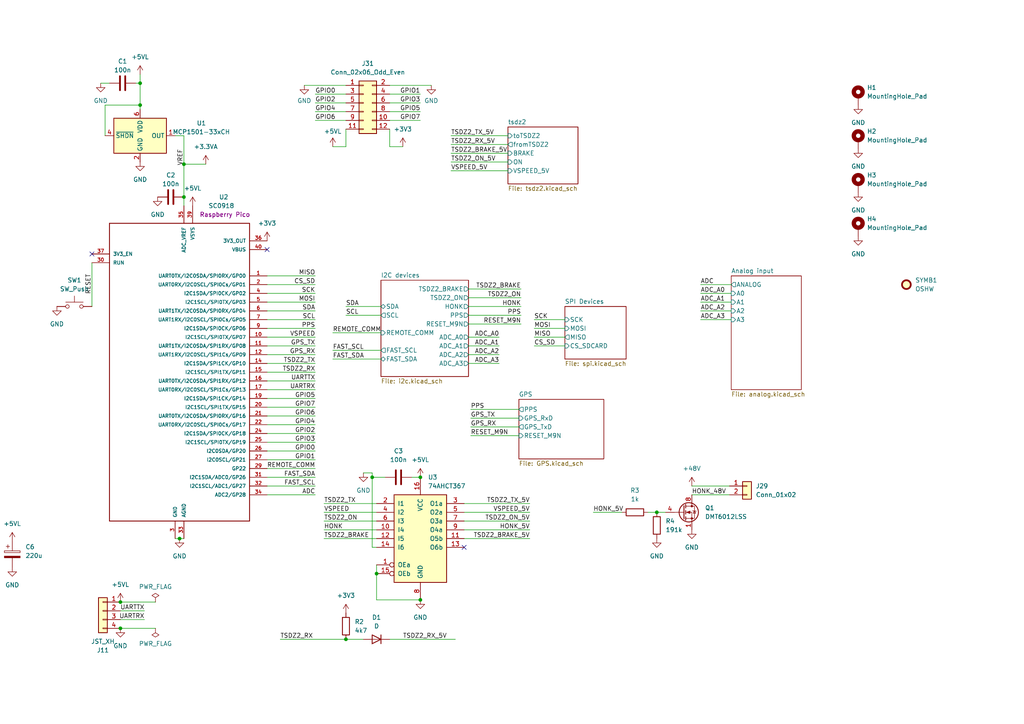
<source format=kicad_sch>
(kicad_sch (version 20230121) (generator eeschema)
  (paper "A4")
  (lib_symbols
    (symbol "74xx:74LS367" (pin_names (offset 1.016))
      (property "Reference" "U" (at -7.62 13.97 0))
      (property "Value" "74LS367" (at -7.62 -13.97 0))
      (symbol "74LS367_1_0"
        (pin input inverted (at -12.7 -7.62 0) (length 5.08) (name "OEa") (number "1"))
        (pin input line (at -12.7 2.54 0) (length 5.08) (name "I4") (number "10"))
        (pin tri_state line (at 12.7 0 180) (length 5.08) (name "O5b") (number "11"))
        (pin input line (at -12.7 0 0) (length 5.08) (name "I5") (number "12"))
        (pin tri_state line (at 12.7 -2.54 180) (length 5.08) (name "O6b") (number "13"))
        (pin input line (at -12.7 -2.54 0) (length 5.08) (name "I6") (number "14"))
        (pin input inverted (at -12.7 -10.16 0) (length 5.08) (name "OEb") (number "15"))
        (pin power_in line (at 0 17.78 270) (length 5.08) (name "VCC") (number "16"))
        (pin input line (at -12.7 10.16 0) (length 5.08) (name "I1") (number "2"))
        (pin tri_state line (at 12.7 10.16 180) (length 5.08) (name "O1a") (number "3"))
        (pin input line (at -12.7 7.62 0) (length 5.08) (name "I2") (number "4"))
        (pin tri_state line (at 12.7 7.62 180) (length 5.08) (name "O2a") (number "5"))
        (pin input line (at -12.7 5.08 0) (length 5.08) (name "I3") (number "6"))
        (pin tri_state line (at 12.7 5.08 180) (length 5.08) (name "O3a") (number "7"))
        (pin power_in line (at 0 -17.78 90) (length 5.08) (name "GND") (number "8"))
        (pin tri_state line (at 12.7 2.54 180) (length 5.08) (name "O4a") (number "9"))
      )
      (symbol "74LS367_1_1"
        (rectangle (start -7.62 12.7) (end 7.62 -12.7) (stroke (width 0.254)) (fill (type background)))
      )
    )
    (symbol "Connector_Generic:Conn_01x02" (pin_names (offset 1.016) hide)
      (property "Reference" "J" (at 0 2.54 0))
      (property "Value" "Conn_01x02" (at 0 -5.08 0))
      (symbol "Conn_01x02_1_1"
        (rectangle (start -1.27 -2.413) (end 0 -2.667) (stroke (width 0.1524)))
        (rectangle (start -1.27 0.127) (end 0 -0.127) (stroke (width 0.1524)))
        (rectangle (start -1.27 1.27) (end 1.27 -3.81) (stroke (width 0.254)) (fill (type background)))
        (pin passive line (at -5.08 0 0) (length 3.81) (name "Pin_1") (number "1"))
        (pin passive line (at -5.08 -2.54 0) (length 3.81) (name "Pin_2") (number "2"))
      )
    )
    (symbol "Connector_Generic:Conn_01x04" (pin_names (offset 1.016) hide)
      (property "Reference" "J" (at 0 5.08 0))
      (property "Value" "Conn_01x04" (at 0 -7.62 0))
      (symbol "Conn_01x04_1_1"
        (rectangle (start -1.27 -4.953) (end 0 -5.207) (stroke (width 0.1524)))
        (rectangle (start -1.27 -2.413) (end 0 -2.667) (stroke (width 0.1524)))
        (rectangle (start -1.27 0.127) (end 0 -0.127) (stroke (width 0.1524)))
        (rectangle (start -1.27 2.667) (end 0 2.413) (stroke (width 0.1524)))
        (rectangle (start -1.27 3.81) (end 1.27 -6.35) (stroke (width 0.254)) (fill (type background)))
        (pin passive line (at -5.08 2.54 0) (length 3.81) (name "Pin_1") (number "1"))
        (pin passive line (at -5.08 0 0) (length 3.81) (name "Pin_2") (number "2"))
        (pin passive line (at -5.08 -2.54 0) (length 3.81) (name "Pin_3") (number "3"))
        (pin passive line (at -5.08 -5.08 0) (length 3.81) (name "Pin_4") (number "4"))
      )
    )
    (symbol "Connector_Generic:Conn_02x06_Odd_Even" (pin_names (offset 1.016) hide)
      (property "Reference" "J" (at 1.27 7.62 0))
      (property "Value" "Conn_02x06_Odd_Even" (at 1.27 -10.16 0))
      (symbol "Conn_02x06_Odd_Even_1_1"
        (rectangle (start -1.27 -7.493) (end 0 -7.747) (stroke (width 0.1524)))
        (rectangle (start -1.27 -4.953) (end 0 -5.207) (stroke (width 0.1524)))
        (rectangle (start -1.27 -2.413) (end 0 -2.667) (stroke (width 0.1524)))
        (rectangle (start -1.27 0.127) (end 0 -0.127) (stroke (width 0.1524)))
        (rectangle (start -1.27 2.667) (end 0 2.413) (stroke (width 0.1524)))
        (rectangle (start -1.27 5.207) (end 0 4.953) (stroke (width 0.1524)))
        (rectangle (start -1.27 6.35) (end 3.81 -8.89) (stroke (width 0.254)) (fill (type background)))
        (rectangle (start 3.81 -7.493) (end 2.54 -7.747) (stroke (width 0.1524)))
        (rectangle (start 3.81 -4.953) (end 2.54 -5.207) (stroke (width 0.1524)))
        (rectangle (start 3.81 -2.413) (end 2.54 -2.667) (stroke (width 0.1524)))
        (rectangle (start 3.81 0.127) (end 2.54 -0.127) (stroke (width 0.1524)))
        (rectangle (start 3.81 2.667) (end 2.54 2.413) (stroke (width 0.1524)))
        (rectangle (start 3.81 5.207) (end 2.54 4.953) (stroke (width 0.1524)))
        (pin passive line (at -5.08 5.08 0) (length 3.81) (name "Pin_1") (number "1"))
        (pin passive line (at 7.62 -5.08 180) (length 3.81) (name "Pin_10") (number "10"))
        (pin passive line (at -5.08 -7.62 0) (length 3.81) (name "Pin_11") (number "11"))
        (pin passive line (at 7.62 -7.62 180) (length 3.81) (name "Pin_12") (number "12"))
        (pin passive line (at 7.62 5.08 180) (length 3.81) (name "Pin_2") (number "2"))
        (pin passive line (at -5.08 2.54 0) (length 3.81) (name "Pin_3") (number "3"))
        (pin passive line (at 7.62 2.54 180) (length 3.81) (name "Pin_4") (number "4"))
        (pin passive line (at -5.08 0 0) (length 3.81) (name "Pin_5") (number "5"))
        (pin passive line (at 7.62 0 180) (length 3.81) (name "Pin_6") (number "6"))
        (pin passive line (at -5.08 -2.54 0) (length 3.81) (name "Pin_7") (number "7"))
        (pin passive line (at 7.62 -2.54 180) (length 3.81) (name "Pin_8") (number "8"))
        (pin passive line (at -5.08 -5.08 0) (length 3.81) (name "Pin_9") (number "9"))
      )
    )
    (symbol "Device:C" (pin_numbers hide) (pin_names (offset 0.254))
      (property "Reference" "C" (at 0.635 2.54 0))
      (property "Value" "C" (at 0.635 -2.54 0))
      (symbol "C_0_1"
        (polyline (pts (xy -2.032 -0.762) (xy 2.032 -0.762)) (stroke (width 0.508)))
        (polyline (pts (xy -2.032 0.762) (xy 2.032 0.762)) (stroke (width 0.508)))
      )
      (symbol "C_1_1"
        (pin passive line (at 0 3.81 270) (length 2.794) (name "~") (number "1"))
        (pin passive line (at 0 -3.81 90) (length 2.794) (name "~") (number "2"))
      )
    )
    (symbol "Device:C_Polarized" (pin_numbers hide) (pin_names (offset 0.254))
      (property "Reference" "C" (at 0.635 2.54 0))
      (property "Value" "C_Polarized" (at 0.635 -2.54 0))
      (symbol "C_Polarized_0_1"
        (rectangle (start -2.286 0.508) (end 2.286 1.016))
        (polyline (pts (xy -1.778 2.286) (xy -0.762 2.286)))
        (polyline (pts (xy -1.27 2.794) (xy -1.27 1.778)))
        (rectangle (start 2.286 -0.508) (end -2.286 -1.016) (fill (type outline)))
      )
      (symbol "C_Polarized_1_1"
        (pin passive line (at 0 3.81 270) (length 2.794) (name "~") (number "1"))
        (pin passive line (at 0 -3.81 90) (length 2.794) (name "~") (number "2"))
      )
    )
    (symbol "Device:D" (pin_numbers hide) (pin_names (offset 1.016) hide)
      (property "Reference" "D" (at 0 2.54 0))
      (property "Value" "D" (at 0 -2.54 0))
      (symbol "D_0_1"
        (polyline (pts (xy -1.27 1.27) (xy -1.27 -1.27)) (stroke (width 0.254)))
        (polyline (pts (xy 1.27 0) (xy -1.27 0)))
        (polyline (pts (xy 1.27 1.27) (xy 1.27 -1.27) (xy -1.27 0) (xy 1.27 1.27)) (stroke (width 0.254)))
      )
      (symbol "D_1_1"
        (pin passive line (at -3.81 0 0) (length 2.54) (name "K") (number "1"))
        (pin passive line (at 3.81 0 180) (length 2.54) (name "A") (number "2"))
      )
    )
    (symbol "Device:R" (pin_numbers hide) (pin_names (offset 0))
      (property "Reference" "R" (at 2.032 0 90))
      (property "Value" "R" (at 0 0 90))
      (symbol "R_0_1"
        (rectangle (start -1.016 -2.54) (end 1.016 2.54) (stroke (width 0.254)))
      )
      (symbol "R_1_1"
        (pin passive line (at 0 3.81 270) (length 1.27) (name "~") (number "1"))
        (pin passive line (at 0 -3.81 90) (length 1.27) (name "~") (number "2"))
      )
    )
    (symbol "MCU_RaspberryPi_and_Boards:SC0918" (pin_names (offset 1.016))
      (property "Reference" "A?" (at 19.05 46.99 0))
      (property "Value" "SC0918" (at 16.51 44.45 0))
      (property "Footprint" "Raspberry Pi:MODULE_SC0918" (at -17.78 44.45 0))
      (property "manufacturer" "Raspberry Pico" (at 0 33.02 0))
      (symbol "SC0918_0_0"
        (rectangle (start -20.32 -43.18) (end 20.32 43.18) (stroke (width 0.254)))
        (pin bidirectional line (at 25.4 27.94 180) (length 5.08) (name "UART0TX/I2C0SDA/SPI0RX/GP00") (number "1"))
        (pin bidirectional line (at 25.4 10.16 180) (length 5.08) (name "I2C1SCL/SPI0TX/GP07") (number "10"))
        (pin bidirectional line (at 25.4 7.62 180) (length 5.08) (name "UART1TX/I2C0SDA/SPI1RX/GP08") (number "11"))
        (pin bidirectional line (at 25.4 5.08 180) (length 5.08) (name "UART1RX/I2C0SCL/SPI1Cs/GP09") (number "12"))
        (pin power_in line (at -1.27 -48.26 90) (length 5.08) hide (name "GND") (number "13"))
        (pin bidirectional line (at 25.4 2.54 180) (length 5.08) (name "I2C1SDA/SPI1CK/GP10") (number "14"))
        (pin bidirectional line (at 25.4 0 180) (length 5.08) (name "I2C1SCL/SPI1TX/GP11") (number "15"))
        (pin bidirectional line (at 25.4 -2.54 180) (length 5.08) (name "UART0TX/I2C0SDA/SPI1RX/GP12") (number "16"))
        (pin bidirectional line (at 25.4 -5.08 180) (length 5.08) (name "UART0RX/I2C0SCL/SPI1Cs/GP13") (number "17"))
        (pin power_in line (at -1.27 -48.26 90) (length 5.08) hide (name "GND") (number "18"))
        (pin bidirectional line (at 25.4 -7.62 180) (length 5.08) (name "I2C1SDA/SPI1CK/GP14") (number "19"))
        (pin bidirectional line (at 25.4 25.4 180) (length 5.08) (name "UART0RX/I2C0SCL/SPI0Cs/GP01") (number "2"))
        (pin bidirectional line (at 25.4 -10.16 180) (length 5.08) (name "I2C1SCL/SPI1TX/GP15") (number "20"))
        (pin bidirectional line (at 25.4 -12.7 180) (length 5.08) (name "UART0TX/I2C0SDA/SPI0RX/GP16") (number "21"))
        (pin bidirectional line (at 25.4 -15.24 180) (length 5.08) (name "UART0RX/I2C0SCL/SPI0Cs/GP17") (number "22"))
        (pin power_in line (at -1.27 -48.26 90) (length 5.08) hide (name "GND") (number "23"))
        (pin bidirectional line (at 25.4 -17.78 180) (length 5.08) (name "I2C1SDA/SPI0CK/GP18") (number "24"))
        (pin bidirectional line (at 25.4 -20.32 180) (length 5.08) (name "I2C1SCL/SPI0TX/GP19") (number "25"))
        (pin bidirectional line (at 25.4 -22.86 180) (length 5.08) (name "I2C0SDA/GP20") (number "26"))
        (pin bidirectional line (at 25.4 -25.4 180) (length 5.08) (name "I2C0SCL/GP21") (number "27"))
        (pin power_in line (at -1.27 -48.26 90) (length 5.08) hide (name "GND") (number "28"))
        (pin bidirectional line (at 25.4 -27.94 180) (length 5.08) (name "GP22") (number "29"))
        (pin power_in line (at -1.27 -48.26 90) (length 5.08) (name "GND") (number "3"))
        (pin input line (at -25.4 31.75 0) (length 5.08) (name "RUN") (number "30"))
        (pin bidirectional line (at 25.4 -30.48 180) (length 5.08) (name "I2C1SDA/ADC0/GP26") (number "31"))
        (pin bidirectional line (at 25.4 -33.02 180) (length 5.08) (name "I2C1SCL/ADC1/GP27") (number "32"))
        (pin power_in line (at 1.27 -48.26 90) (length 5.08) (name "AGND") (number "33"))
        (pin bidirectional line (at 25.4 -35.56 180) (length 5.08) (name "ADC2/GP28") (number "34"))
        (pin power_out line (at 25.4 38.1 180) (length 5.08) (name "3V3_OUT") (number "36"))
        (pin input line (at -25.4 34.29 0) (length 5.08) (name "3V3_EN") (number "37"))
        (pin power_in line (at -1.27 -48.26 90) (length 5.08) hide (name "GND") (number "38"))
        (pin power_in line (at 3.81 48.26 270) (length 5.08) (name "VSYS") (number "39"))
        (pin bidirectional line (at 25.4 22.86 180) (length 5.08) (name "I2C1SDA/SPI0CK/GP02") (number "4"))
        (pin power_out line (at 25.4 35.56 180) (length 5.08) (name "VBUS") (number "40"))
        (pin bidirectional line (at 25.4 20.32 180) (length 5.08) (name "I2C1SCL/SPI0TX/GP03") (number "5"))
        (pin bidirectional line (at 25.4 17.78 180) (length 5.08) (name "UART1TX/I2C0SDA/SPI0RX/GP04") (number "6"))
        (pin bidirectional line (at 25.4 15.24 180) (length 5.08) (name "UART1RX/I2C0SCL/SPI0Cs/GP05") (number "7"))
        (pin power_in line (at -1.27 -48.26 90) (length 5.08) hide (name "GND") (number "8"))
        (pin bidirectional line (at 25.4 12.7 180) (length 5.08) (name "I2C1SDA/SPI0CK/GP06") (number "9"))
      )
      (symbol "SC0918_1_0"
        (pin passive line (at 1.27 48.26 270) (length 5.08) (name "ADC_VREF") (number "35"))
      )
      (symbol "SC0918_1_1"
        (pin free line (at -1.27 -48.26 90) (length 5.08) hide (name "GND") (number "M1"))
        (pin free line (at -1.27 -48.26 90) (length 5.08) hide (name "GND") (number "M2"))
        (pin free line (at -1.27 -48.26 90) (length 5.08) hide (name "GND") (number "M3"))
        (pin free line (at -1.27 -48.26 90) (length 5.08) hide (name "GND") (number "M4"))
      )
    )
    (symbol "Mechanical:Fiducial"
      (property "Reference" "FID" (at 0 5.08 0))
      (property "Value" "Fiducial" (at 0 3.175 0))
      (symbol "Fiducial_0_1"
        (circle (center 0 0) (radius 1.27) (stroke (width 0.508)) (fill (type background)))
      )
    )
    (symbol "Mechanical:MountingHole_Pad" (pin_numbers hide) (pin_names (offset 1.016) hide)
      (property "Reference" "H" (at 0 6.35 0))
      (property "Value" "MountingHole_Pad" (at 0 4.445 0))
      (symbol "MountingHole_Pad_0_1"
        (circle (center 0 1.27) (radius 1.27) (stroke (width 1.27)))
      )
      (symbol "MountingHole_Pad_1_1"
        (pin input line (at 0 -2.54 90) (length 2.54) (name "1") (number "1"))
      )
    )
    (symbol "Reference_Voltage:MCP1501-33xCH"
      (property "Reference" "U" (at -6.35 6.35 0))
      (property "Value" "MCP1501-33xCH" (at 10.16 6.35 0))
      (symbol "MCP1501-33xCH_0_0"
        (pin power_out line (at 10.16 0 180) (length 2.54) (name "OUT") (number "1"))
        (pin power_in line (at 0 -7.62 90) (length 2.54) (name "GND") (number "2"))
        (pin passive line (at 0 -7.62 90) (length 2.54) hide (name "GND") (number "3"))
        (pin input line (at -10.16 0 0) (length 2.54) (name "~{SHDN}") (number "4"))
        (pin passive line (at 0 -7.62 90) (length 2.54) hide (name "GND") (number "5"))
        (pin power_in line (at 0 7.62 270) (length 2.54) (name "VDD") (number "6"))
      )
      (symbol "MCP1501-33xCH_0_1"
        (rectangle (start -7.62 5.08) (end 7.62 -5.08) (stroke (width 0.254)) (fill (type background)))
      )
    )
    (symbol "Switch:SW_Push" (pin_numbers hide) (pin_names (offset 1.016) hide)
      (property "Reference" "SW" (at 1.27 2.54 0))
      (property "Value" "SW_Push" (at 0 -1.524 0))
      (symbol "SW_Push_0_1"
        (circle (center -2.032 0) (radius 0.508))
        (polyline (pts (xy 0 1.27) (xy 0 3.048)))
        (polyline (pts (xy 2.54 1.27) (xy -2.54 1.27)))
        (circle (center 2.032 0) (radius 0.508))
        (pin passive line (at -5.08 0 0) (length 2.54) (name "1") (number "1"))
        (pin passive line (at 5.08 0 180) (length 2.54) (name "2") (number "2"))
      )
    )
    (symbol "Transistor_FET:IRF7403" (pin_names hide)
      (property "Reference" "Q" (at 5.08 2.54 0))
      (property "Value" "IRF7403" (at 5.08 0 0))
      (symbol "IRF7403_0_1"
        (polyline (pts (xy 0.254 0) (xy -2.54 0)))
        (polyline (pts (xy 0.254 1.905) (xy 0.254 -1.905)) (stroke (width 0.254)))
        (polyline (pts (xy 0.762 -1.27) (xy 0.762 -2.286)) (stroke (width 0.254)))
        (polyline (pts (xy 0.762 0.508) (xy 0.762 -0.508)) (stroke (width 0.254)))
        (polyline (pts (xy 0.762 2.286) (xy 0.762 1.27)) (stroke (width 0.254)))
        (polyline (pts (xy 2.54 2.54) (xy 2.54 1.778)))
        (polyline (pts (xy 2.54 -2.54) (xy 2.54 0) (xy 0.762 0)))
        (polyline (pts (xy 0.762 -1.778) (xy 3.302 -1.778) (xy 3.302 1.778) (xy 0.762 1.778)))
        (polyline (pts (xy 1.016 0) (xy 2.032 0.381) (xy 2.032 -0.381) (xy 1.016 0)) (fill (type outline)))
        (polyline (pts (xy 2.794 0.508) (xy 2.921 0.381) (xy 3.683 0.381) (xy 3.81 0.254)))
        (polyline (pts (xy 3.302 0.381) (xy 2.921 -0.254) (xy 3.683 -0.254) (xy 3.302 0.381)))
        (circle (center 1.651 0) (radius 2.794) (stroke (width 0.254)))
        (circle (center 2.54 -1.778) (radius 0.254) (fill (type outline)))
        (circle (center 2.54 1.778) (radius 0.254) (fill (type outline)))
      )
      (symbol "IRF7403_1_1"
        (pin passive line (at 2.54 -5.08 90) (length 2.54) (name "S") (number "1"))
        (pin passive line (at 2.54 -5.08 90) (length 2.54) hide (name "S") (number "2"))
        (pin passive line (at 2.54 -5.08 90) (length 2.54) hide (name "S") (number "3"))
        (pin input line (at -5.08 0 0) (length 2.54) (name "G") (number "4"))
        (pin passive line (at 2.54 5.08 270) (length 2.54) hide (name "D") (number "5"))
        (pin passive line (at 2.54 5.08 270) (length 2.54) hide (name "D") (number "6"))
        (pin passive line (at 2.54 5.08 270) (length 2.54) hide (name "D") (number "7"))
        (pin passive line (at 2.54 5.08 270) (length 2.54) (name "D") (number "8"))
      )
    )
    (symbol "power:+3.3VA" (power) (pin_names (offset 0))
      (property "Value" "+3.3VA" (at 0 3.556 0))
      (symbol "+3.3VA_0_1"
        (polyline (pts (xy -0.762 1.27) (xy 0 2.54)))
        (polyline (pts (xy 0 0) (xy 0 2.54)))
        (polyline (pts (xy 0 2.54) (xy 0.762 1.27)))
      )
      (symbol "+3.3VA_1_1"
        (pin power_in line (at 0 0 90) (length 0) hide (name "+3.3VA") (number "1"))
      )
    )
    (symbol "power:+3V3" (power) (pin_names (offset 0))
      (property "Value" "+3V3" (at 0 3.556 0))
      (symbol "+3V3_0_1"
        (polyline (pts (xy -0.762 1.27) (xy 0 2.54)))
        (polyline (pts (xy 0 0) (xy 0 2.54)))
        (polyline (pts (xy 0 2.54) (xy 0.762 1.27)))
      )
      (symbol "+3V3_1_1"
        (pin power_in line (at 0 0 90) (length 0) hide (name "+3V3") (number "1"))
      )
    )
    (symbol "power:+48V" (power) (pin_names (offset 0))
      (property "Value" "+48V" (at 0 3.556 0))
      (symbol "+48V_0_1"
        (polyline (pts (xy -0.762 1.27) (xy 0 2.54)))
        (polyline (pts (xy 0 0) (xy 0 2.54)))
        (polyline (pts (xy 0 2.54) (xy 0.762 1.27)))
      )
      (symbol "+48V_1_1"
        (pin power_in line (at 0 0 90) (length 0) hide (name "+48V") (number "1"))
      )
    )
    (symbol "power:+5VL" (power) (pin_names (offset 0))
      (property "Value" "+5VL" (at 0 3.556 0))
      (symbol "+5VL_0_1"
        (polyline (pts (xy -0.762 1.27) (xy 0 2.54)))
        (polyline (pts (xy 0 0) (xy 0 2.54)))
        (polyline (pts (xy 0 2.54) (xy 0.762 1.27)))
      )
      (symbol "+5VL_1_1"
        (pin power_in line (at 0 0 90) (length 0) hide (name "+5VL") (number "1"))
      )
    )
    (symbol "power:GND" (power) (pin_names (offset 0))
      (property "Value" "GND" (at 0 -3.81 0))
      (symbol "GND_0_1"
        (polyline (pts (xy 0 0) (xy 0 -1.27) (xy 1.27 -1.27) (xy 0 -2.54) (xy -1.27 -1.27) (xy 0 -1.27)))
      )
      (symbol "GND_1_1"
        (pin power_in line (at 0 0 270) (length 0) hide (name "GND") (number "1"))
      )
    )
    (symbol "power:PWR_FLAG" (power) (pin_numbers hide) (pin_names (offset 0) hide)
      (property "Value" "PWR_FLAG" (at 0 3.81 0))
      (symbol "PWR_FLAG_0_0"
        (pin power_out line (at 0 0 90) (length 0) (name "pwr") (number "1"))
      )
      (symbol "PWR_FLAG_0_1"
        (polyline (pts (xy 0 0) (xy 0 1.27) (xy -1.016 1.905) (xy 0 2.54) (xy 1.016 1.905) (xy 0 1.27)))
      )
    )
  )
  (junction (at 52.07 156.21))
  (junction (at 40.64 24.13))
  (junction (at 53.34 57.15))
  (junction (at 121.92 138.43))
  (junction (at 34.925 182.245))
  (junction (at 53.34 47.625))
  (junction (at 34.925 174.625))
  (junction (at 40.64 30.48))
  (junction (at 190.5 148.59))
  (junction (at 109.22 166.37))
  (junction (at 100.33 185.42))
  (junction (at 121.92 173.99))
  (junction (at 107.95 138.43))
  (no_connect (at 134.62 158.75))
  (no_connect (at 26.67 73.66))
  (no_connect (at 77.47 72.39))
  (wire (pts (xy 135.89 91.44) (xy 151.13 91.44)))
  (wire (pts (xy 96.52 96.52) (xy 110.49 96.52)))
  (wire (pts (xy 100.33 185.42) (xy 105.41 185.42)))
  (wire (pts (xy 77.47 87.63) (xy 91.44 87.63)))
  (wire (pts (xy 109.22 166.37) (xy 109.22 173.99)))
  (wire (pts (xy 91.44 32.385) (xy 100.33 32.385)))
  (wire (pts (xy 77.47 130.81) (xy 91.44 130.81)))
  (wire (pts (xy 93.98 151.13) (xy 109.22 151.13)))
  (wire (pts (xy 150.495 121.285) (xy 136.525 121.285)))
  (wire (pts (xy 77.47 80.01) (xy 91.44 80.01)))
  (wire (pts (xy 77.47 138.43) (xy 91.44 138.43)))
  (wire (pts (xy 135.89 88.9) (xy 151.13 88.9)))
  (wire (pts (xy 121.92 27.305) (xy 113.03 27.305)))
  (wire (pts (xy 91.44 27.305) (xy 100.33 27.305)))
  (wire (pts (xy 77.47 110.49) (xy 91.44 110.49)))
  (wire (pts (xy 53.34 39.37) (xy 53.34 47.625)))
  (wire (pts (xy 52.07 156.21) (xy 53.34 156.21)))
  (wire (pts (xy 30.48 39.37) (xy 30.48 30.48)))
  (wire (pts (xy 130.81 41.91) (xy 147.32 41.91)))
  (wire (pts (xy 77.47 90.17) (xy 91.44 90.17)))
  (wire (pts (xy 119.38 138.43) (xy 121.92 138.43)))
  (wire (pts (xy 135.89 86.36) (xy 151.13 86.36)))
  (wire (pts (xy 150.495 126.365) (xy 136.525 126.365)))
  (wire (pts (xy 190.5 148.59) (xy 193.04 148.59)))
  (wire (pts (xy 100.33 42.545) (xy 100.33 37.465)))
  (wire (pts (xy 135.89 93.98) (xy 151.13 93.98)))
  (wire (pts (xy 77.47 120.65) (xy 91.44 120.65)))
  (wire (pts (xy 107.95 137.16) (xy 107.95 138.43)))
  (wire (pts (xy 29.21 24.13) (xy 31.75 24.13)))
  (wire (pts (xy 203.2 82.55) (xy 212.09 82.55)))
  (wire (pts (xy 91.44 34.925) (xy 100.33 34.925)))
  (wire (pts (xy 50.8 39.37) (xy 53.34 39.37)))
  (wire (pts (xy 135.89 83.82) (xy 151.13 83.82)))
  (wire (pts (xy 134.62 148.59) (xy 153.67 148.59)))
  (wire (pts (xy 147.32 49.53) (xy 130.81 49.53)))
  (wire (pts (xy 203.2 92.71) (xy 212.09 92.71)))
  (wire (pts (xy 88.265 24.765) (xy 100.33 24.765)))
  (wire (pts (xy 77.47 133.35) (xy 91.44 133.35)))
  (wire (pts (xy 113.03 185.42) (xy 132.08 185.42)))
  (wire (pts (xy 109.22 173.99) (xy 121.92 173.99)))
  (wire (pts (xy 150.495 123.825) (xy 136.525 123.825)))
  (wire (pts (xy 113.03 29.845) (xy 121.92 29.845)))
  (wire (pts (xy 77.47 85.09) (xy 91.44 85.09)))
  (wire (pts (xy 211.582 140.97) (xy 200.66 140.97)))
  (wire (pts (xy 77.47 92.71) (xy 91.44 92.71)))
  (wire (pts (xy 134.62 146.05) (xy 153.67 146.05)))
  (wire (pts (xy 134.62 151.13) (xy 153.67 151.13)))
  (wire (pts (xy 53.34 47.625) (xy 53.34 57.15)))
  (wire (pts (xy 109.22 163.83) (xy 109.22 166.37)))
  (wire (pts (xy 211.582 143.51) (xy 200.66 143.51)))
  (wire (pts (xy 154.94 92.71) (xy 163.83 92.71)))
  (wire (pts (xy 107.95 158.75) (xy 107.95 138.43)))
  (wire (pts (xy 77.47 123.19) (xy 91.44 123.19)))
  (wire (pts (xy 40.64 24.13) (xy 40.64 30.48)))
  (wire (pts (xy 121.92 32.385) (xy 113.03 32.385)))
  (wire (pts (xy 154.94 95.25) (xy 163.83 95.25)))
  (wire (pts (xy 203.2 85.09) (xy 212.09 85.09)))
  (wire (pts (xy 77.47 135.89) (xy 91.44 135.89)))
  (wire (pts (xy 77.47 105.41) (xy 91.44 105.41)))
  (wire (pts (xy 93.98 146.05) (xy 109.22 146.05)))
  (wire (pts (xy 77.47 118.11) (xy 91.44 118.11)))
  (wire (pts (xy 125.095 24.765) (xy 113.03 24.765)))
  (wire (pts (xy 77.47 140.97) (xy 91.44 140.97)))
  (wire (pts (xy 144.78 100.33) (xy 135.89 100.33)))
  (wire (pts (xy 144.78 105.41) (xy 135.89 105.41)))
  (wire (pts (xy 113.03 42.545) (xy 113.03 37.465)))
  (wire (pts (xy 116.84 42.545) (xy 113.03 42.545)))
  (wire (pts (xy 77.47 107.95) (xy 91.44 107.95)))
  (wire (pts (xy 154.94 97.79) (xy 163.83 97.79)))
  (wire (pts (xy 203.2 90.17) (xy 212.09 90.17)))
  (wire (pts (xy 130.81 39.37) (xy 147.32 39.37)))
  (wire (pts (xy 77.47 100.33) (xy 91.44 100.33)))
  (wire (pts (xy 53.34 57.15) (xy 53.34 59.69)))
  (wire (pts (xy 93.98 156.21) (xy 109.22 156.21)))
  (wire (pts (xy 96.52 42.545) (xy 100.33 42.545)))
  (wire (pts (xy 50.8 156.21) (xy 52.07 156.21)))
  (wire (pts (xy 77.47 125.73) (xy 91.44 125.73)))
  (wire (pts (xy 150.495 118.745) (xy 136.525 118.745)))
  (wire (pts (xy 121.92 34.925) (xy 113.03 34.925)))
  (wire (pts (xy 100.33 91.44) (xy 110.49 91.44)))
  (wire (pts (xy 100.33 88.9) (xy 110.49 88.9)))
  (wire (pts (xy 96.52 101.6) (xy 110.49 101.6)))
  (wire (pts (xy 34.925 182.245) (xy 45.085 182.245)))
  (wire (pts (xy 34.925 174.625) (xy 45.085 174.625)))
  (wire (pts (xy 93.98 148.59) (xy 109.22 148.59)))
  (wire (pts (xy 187.96 148.59) (xy 190.5 148.59)))
  (wire (pts (xy 77.47 143.51) (xy 91.44 143.51)))
  (wire (pts (xy 134.62 156.21) (xy 153.67 156.21)))
  (wire (pts (xy 203.2 87.63) (xy 212.09 87.63)))
  (wire (pts (xy 107.95 138.43) (xy 111.76 138.43)))
  (wire (pts (xy 93.98 153.67) (xy 109.22 153.67)))
  (wire (pts (xy 77.47 102.87) (xy 91.44 102.87)))
  (wire (pts (xy 144.78 97.79) (xy 135.89 97.79)))
  (wire (pts (xy 40.64 30.48) (xy 40.64 31.75)))
  (wire (pts (xy 77.47 97.79) (xy 91.44 97.79)))
  (wire (pts (xy 77.47 82.55) (xy 91.44 82.55)))
  (wire (pts (xy 172.085 148.59) (xy 180.34 148.59)))
  (wire (pts (xy 81.28 185.42) (xy 100.33 185.42)))
  (wire (pts (xy 105.41 137.16) (xy 107.95 137.16)))
  (wire (pts (xy 130.81 46.99) (xy 147.32 46.99)))
  (wire (pts (xy 77.47 113.03) (xy 91.44 113.03)))
  (wire (pts (xy 130.81 44.45) (xy 147.32 44.45)))
  (wire (pts (xy 39.37 24.13) (xy 40.64 24.13)))
  (wire (pts (xy 34.925 179.705) (xy 41.91 179.705)))
  (wire (pts (xy 77.47 128.27) (xy 91.44 128.27)))
  (wire (pts (xy 96.52 104.14) (xy 110.49 104.14)))
  (wire (pts (xy 53.34 47.625) (xy 59.69 47.625)))
  (wire (pts (xy 30.48 30.48) (xy 40.64 30.48)))
  (wire (pts (xy 26.67 88.9) (xy 26.67 76.2)))
  (wire (pts (xy 91.44 29.845) (xy 100.33 29.845)))
  (wire (pts (xy 154.94 100.33) (xy 163.83 100.33)))
  (wire (pts (xy 134.62 153.67) (xy 153.67 153.67)))
  (wire (pts (xy 77.47 95.25) (xy 91.44 95.25)))
  (wire (pts (xy 109.22 158.75) (xy 107.95 158.75)))
  (wire (pts (xy 77.47 115.57) (xy 91.44 115.57)))
  (wire (pts (xy 40.64 21.59) (xy 40.64 24.13)))
  (wire (pts (xy 34.925 177.165) (xy 41.91 177.165)))
  (wire (pts (xy 144.78 102.87) (xy 135.89 102.87)))
  (label "TSDZ2_ON_5V" (at 130.81 46.99 0))
  (label "GPIO5" (at 91.44 115.57 180))
  (label "FAST_SDA" (at 91.44 138.43 180))
  (label "PPS" (at 136.525 118.745 0))
  (label "HONK" (at 93.98 153.67 0))
  (label "GPS_TX" (at 136.525 121.285 0))
  (label "ADC_A0" (at 144.78 97.79 180))
  (label "GPIO6" (at 91.44 34.925 0))
  (label "GPIO7" (at 91.44 118.11 180))
  (label "SCL" (at 100.33 91.44 0))
  (label "UARTRX" (at 41.91 179.705 180))
  (label "TSDZ2_BRAKE" (at 151.13 83.82 180))
  (label "SCK" (at 91.44 85.09 180))
  (label "VSPEED" (at 93.98 148.59 0))
  (label "ADC_A0" (at 203.2 85.09 0))
  (label "RESET_M9N" (at 136.525 126.365 0))
  (label "TSDZ2_BRAKE" (at 93.98 156.21 0))
  (label "GPIO6" (at 91.44 120.65 180))
  (label "MOSI" (at 154.94 95.25 0))
  (label "TSDZ2_TX_5V" (at 130.81 39.37 0))
  (label "UARTRX" (at 91.44 113.03 180))
  (label "ADC" (at 203.2 82.55 0))
  (label "GPIO5" (at 121.92 32.385 180))
  (label "TSDZ2_RX_5V" (at 116.84 185.42 0))
  (label "MISO" (at 91.44 80.01 180))
  (label "UARTTX" (at 41.91 177.165 180))
  (label "GPIO3" (at 121.92 29.845 180))
  (label "HONK_48V" (at 200.66 143.51 0))
  (label "GPIO0" (at 91.44 130.81 180))
  (label "SCL" (at 91.44 92.71 180))
  (label "GPS_RX" (at 136.525 123.825 0))
  (label "SDA" (at 91.44 90.17 180))
  (label "MOSI" (at 91.44 87.63 180))
  (label "RESET" (at 26.67 79.375 270))
  (label "SCK" (at 154.94 92.71 0))
  (label "TSDZ2_BRAKE_5V" (at 130.81 44.45 0))
  (label "ADC_A3" (at 203.2 92.71 0))
  (label "ADC" (at 91.44 143.51 180))
  (label "TSDZ2_TX_5V" (at 153.67 146.05 180))
  (label "PPS" (at 91.44 95.25 180))
  (label "TSDZ2_TX" (at 93.98 146.05 0))
  (label "TSDZ2_RX" (at 81.28 185.42 0))
  (label "GPIO4" (at 91.44 32.385 0))
  (label "HONK_5V" (at 172.085 148.59 0))
  (label "TSDZ2_ON_5V" (at 153.67 151.13 180))
  (label "TSDZ2_RX_5V" (at 130.81 41.91 0))
  (label "GPIO4" (at 91.44 123.19 180))
  (label "GPIO0" (at 91.44 27.305 0))
  (label "REMOTE_COMM" (at 91.44 135.89 180))
  (label "VREF" (at 53.34 43.18 270))
  (label "ADC_A2" (at 203.2 90.17 0))
  (label "PPS" (at 151.13 91.44 180))
  (label "ADC_A3" (at 144.78 105.41 180))
  (label "RESET_M9N" (at 151.13 93.98 180))
  (label "ADC_A2" (at 144.78 102.87 180))
  (label "REMOTE_COMM" (at 96.52 96.52 0))
  (label "HONK" (at 151.13 88.9 180))
  (label "GPIO1" (at 121.92 27.305 180))
  (label "TSDZ2_TX" (at 91.44 105.41 180))
  (label "VSPEED_5V" (at 130.81 49.53 0))
  (label "GPIO1" (at 91.44 133.35 180))
  (label "FAST_SDA" (at 96.52 104.14 0))
  (label "GPIO3" (at 91.44 128.27 180))
  (label "MISO" (at 154.94 97.79 0))
  (label "GPS_TX" (at 91.44 100.33 180))
  (label "FAST_SCL" (at 91.44 140.97 180))
  (label "GPS_RX" (at 91.44 102.87 180))
  (label "GPIO2" (at 91.44 125.73 180))
  (label "TSDZ2_ON" (at 93.98 151.13 0))
  (label "VSPEED_5V" (at 153.67 148.59 180))
  (label "ADC_A1" (at 203.2 87.63 0))
  (label "CS_SD" (at 91.44 82.55 180))
  (label "VSPEED" (at 91.44 97.79 180))
  (label "SDA" (at 100.33 88.9 0))
  (label "ADC_A1" (at 144.78 100.33 180))
  (label "TSDZ2_BRAKE_5V" (at 153.67 156.21 180))
  (label "UARTTX" (at 91.44 110.49 180))
  (label "CS_SD" (at 154.94 100.33 0))
  (label "TSDZ2_ON" (at 151.13 86.36 180))
  (label "TSDZ2_RX" (at 91.44 107.95 180))
  (label "GPIO7" (at 121.92 34.925 180))
  (label "GPIO2" (at 91.44 29.845 0))
  (label "FAST_SCL" (at 96.52 101.6 0))
  (label "HONK_5V" (at 153.67 153.67 180))
  (symbol (lib_id "power:+48V") (at 200.66 140.97 0) (unit 1)
    (property "Reference" "#PWR019" (effects hide))
    (property "Value" "+48V" (at 200.66 135.89 0))
  )
  (symbol (lib_id "power:GND") (at 125.095 24.765 0) (unit 1)
    (property "Reference" "#PWR0152" (effects hide))
    (property "Value" "GND" (at 125.095 29.21 0))
  )
  (symbol (lib_id "Mechanical:MountingHole_Pad") (at 248.92 40.64 0) (unit 1)
    (property "Reference" "H2" (at 251.46 38.1 0) (effects (justify left)))
    (property "Value" "MountingHole_Pad" (at 251.46 40.64 0) (effects (justify left)))
    (property "Footprint" "MountingHole:MountingHole_3.2mm_M3_Pad_Via" (effects hide))
  )
  (symbol (lib_id "power:+3V3") (at 77.47 69.85 0) (unit 1)
    (property "Reference" "#PWR010" (effects hide))
    (property "Value" "+3V3" (at 77.47 64.77 0))
  )
  (symbol (lib_id "Connector_Generic:Conn_01x02") (at 216.662 140.97 0) (unit 1)
    (property "Reference" "J29" (at 219.202 140.97 0) (effects (justify left)))
    (property "Value" "Conn_01x02" (at 219.202 143.51 0) (effects (justify left)))
    (property "Footprint" "Connector_JST:JST_XH_B2B-XH-A_1x02_P2.50mm_Vertical" (effects hide))
  )
  (symbol (lib_id "Device:R") (at 184.15 148.59 90) (unit 1)
    (property "Reference" "R3" (at 184.15 142.24 90))
    (property "Value" "1k" (at 184.15 144.78 90))
    (property "Footprint" "Resistor_SMD:R_1206_3216Metric" (effects hide))
    (property "mouser" " 603-AC1206FR-101KL " (effects hide))
  )
  (symbol (lib_id "Reference_Voltage:MCP1501-33xCH") (at 40.64 39.37 0) (unit 1)
    (property "Reference" "U1" (at 58.42 35.7221 0))
    (property "Value" "MCP1501-33xCH" (at 58.42 38.2621 0))
    (property "Footprint" "Package_TO_SOT_SMD:SOT-23-6" (effects hide))
    (property "Datasheet" "http://ww1.microchip.com/downloads/en/DeviceDoc/20005474E.pdf" (effects hide))
    (property "mouser" " 579-MCP1501-33E/SN " (effects hide))
  )
  (symbol (lib_id "Mechanical:Fiducial") (at 262.89 82.55 0) (unit 1)
    (property "Reference" "SYMB1" (at 265.43 81.28 0) (effects (justify left)))
    (property "Value" "OSHW" (at 265.43 83.82 0) (effects (justify left)))
    (property "Footprint" "additional:OSHW-Logo2_9.8x8mm_Mask" (effects hide))
  )
  (symbol (lib_id "power:+3V3") (at 100.33 177.8 0) (unit 1)
    (property "Reference" "#PWR014" (effects hide))
    (property "Value" "+3V3" (at 100.33 172.72 0))
  )
  (symbol (lib_id "power:GND") (at 3.556 164.592 0) (unit 1)
    (property "Reference" "#PWR039" (effects hide))
    (property "Value" "GND" (at 3.556 169.672 0))
  )
  (symbol (lib_id "Device:R") (at 190.5 152.4 0) (unit 1)
    (property "Reference" "R4" (at 193.04 151.13 0) (effects (justify left)))
    (property "Value" "191k" (at 193.04 153.67 0) (effects (justify left)))
    (property "Footprint" "Resistor_SMD:R_1206_3216Metric" (effects hide))
    (property "mouser" " 660-RK73H2BTTD1913F " (effects hide))
  )
  (symbol (lib_id "Device:C") (at -10.16 161.29 0) (unit 1)
    (property "Reference" "C5" (at -6.35 160.02 0) (effects (justify left)))
    (property "Value" "22u" (at -6.35 162.56 0) (effects (justify left)))
    (property "Footprint" "Capacitor_SMD:C_1210_3225Metric" (effects hide))
    (property "Mouser" "CL32B226MOJNNNE" (effects hide))
    (property "mouser" "CL32B226MOJNNNE" (effects hide))
  )
  (symbol (lib_id "power:+5VL") (at 40.64 21.59 0) (unit 1)
    (property "Reference" "#PWR02" (effects hide))
    (property "Value" "+5VL" (at 40.64 16.51 0))
  )
  (symbol (lib_id "power:+5VL") (at 96.52 42.545 0) (mirror y) (unit 1)
    (property "Reference" "#PWR011" (effects hide))
    (property "Value" "+5VL" (at 96.52 38.1 0))
  )
  (symbol (lib_id "Switch:SW_Push") (at 21.59 88.9 0) (unit 1)
    (property "Reference" "SW1" (at 21.59 81.28 0))
    (property "Value" "SW_Push" (at 21.59 83.82 0))
    (property "Footprint" "Button_Switch_THT:SW_PUSH_6mm" (effects hide))
    (property "mouser" " 179-TS026650BK100LCR " (effects hide))
  )
  (symbol (lib_id "power:GND") (at 29.21 24.13 0) (unit 1)
    (property "Reference" "#PWR01" (effects hide))
    (property "Value" "GND" (at 29.21 29.21 0))
  )
  (symbol (lib_id "power:GND") (at 190.5 156.21 0) (unit 1)
    (property "Reference" "#PWR018" (effects hide))
    (property "Value" "GND" (at 190.5 161.29 0))
  )
  (symbol (lib_id "power:GND") (at 121.92 173.99 0) (unit 1)
    (property "Reference" "#PWR017" (effects hide))
    (property "Value" "GND" (at 121.92 179.07 0))
  )
  (symbol (lib_id "power:GND") (at 248.92 30.48 0) (unit 1)
    (property "Reference" "#PWR021" (effects hide))
    (property "Value" "GND" (at 248.92 35.56 0))
  )
  (symbol (lib_id "power:+3.3VA") (at 59.69 47.625 0) (unit 1)
    (property "Reference" "#PWR053" (effects hide))
    (property "Value" "+3.3VA" (at 59.69 42.545 0))
  )
  (symbol (lib_id "power:+5VL") (at -10.16 157.48 0) (unit 1)
    (property "Reference" "#PWR034" (effects hide))
    (property "Value" "+5VL" (at -10.16 152.4 0))
  )
  (symbol (lib_id "power:+3V3") (at 116.84 42.545 0) (mirror y) (unit 1)
    (property "Reference" "#PWR012" (effects hide))
    (property "Value" "+3V3" (at 116.84 37.465 0))
  )
  (symbol (lib_id "power:GND") (at 105.41 137.16 0) (unit 1)
    (property "Reference" "#PWR015" (effects hide))
    (property "Value" "GND" (at 105.41 142.24 0))
  )
  (symbol (lib_id "power:GND") (at 16.51 88.9 0) (unit 1)
    (property "Reference" "#PWR0157" (effects hide))
    (property "Value" "GND" (at 16.51 93.98 0))
  )
  (symbol (lib_id "Connector_Generic:Conn_01x04") (at 29.845 177.165 0) (mirror y) (unit 1)
    (property "Reference" "J11" (at 29.845 188.595 0))
    (property "Value" "JST_XH" (at 29.845 186.055 0))
    (property "Footprint" "Connector_JST:JST_XH_B4B-XH-A_1x04_P2.50mm_Vertical" (effects hide))
  )
  (symbol (lib_id "power:GND") (at 248.92 68.58 0) (unit 1)
    (property "Reference" "#PWR024" (effects hide))
    (property "Value" "GND" (at 248.92 73.66 0))
  )
  (symbol (lib_id "MCU_RaspberryPi_and_Boards:SC0918") (at 52.07 107.95 0) (unit 1)
    (property "Reference" "U2" (at 63.5 57.15 0) (effects (justify left)))
    (property "Value" "SC0918" (at 60.4394 59.69 0) (effects (justify left)))
    (property "Footprint" "RP-Pico Libraries:MODULE_SC0918" (effects hide))
    (property "Datasheet" "https://datasheets.raspberrypi.com/picow/pico-w-datasheet.pdf" (effects hide))
    (property "manufacturer" "Raspberry Pico" (at 57.8994 62.23 0) (effects (justify left)))
    (property "P/N" "SC0918" (effects hide))
    (property "PARTREV" "1.6" (effects hide))
    (property "MAXIMUM_PACKAGE_HEIGHT" "3.73mm" (effects hide))
  )
  (symbol (lib_id "Mechanical:MountingHole_Pad") (at 248.92 53.34 0) (unit 1)
    (property "Reference" "H3" (at 251.46 50.8 0) (effects (justify left)))
    (property "Value" "MountingHole_Pad" (at 251.46 53.34 0) (effects (justify left)))
    (property "Footprint" "MountingHole:MountingHole_3.2mm_M3_Pad_Via" (effects hide))
  )
  (symbol (lib_id "power:GND") (at 88.265 24.765 0) (unit 1)
    (property "Reference" "#PWR013" (effects hide))
    (property "Value" "GND" (at 88.265 29.21 0))
  )
  (symbol (lib_id "power:GND") (at 248.92 43.18 0) (unit 1)
    (property "Reference" "#PWR022" (effects hide))
    (property "Value" "GND" (at 248.92 48.26 0))
  )
  (symbol (lib_id "power:+5VL") (at 3.556 156.972 0) (unit 1)
    (property "Reference" "#PWR038" (effects hide))
    (property "Value" "+5VL" (at 3.556 151.892 0))
  )
  (symbol (lib_id "power:+5VL") (at 34.925 174.625 0) (unit 1)
    (property "Reference" "#PWR09" (effects hide))
    (property "Value" "+5VL" (at 34.925 169.545 0))
  )
  (symbol (lib_id "power:+5VL") (at 55.88 59.69 0) (unit 1)
    (property "Reference" "#PWR07" (effects hide))
    (property "Value" "+5VL" (at 55.88 54.61 0))
  )
  (symbol (lib_id "Mechanical:MountingHole_Pad") (at 248.92 66.04 0) (unit 1)
    (property "Reference" "H4" (at 251.46 63.5 0) (effects (justify left)))
    (property "Value" "MountingHole_Pad" (at 251.46 66.04 0) (effects (justify left)))
    (property "Footprint" "MountingHole:MountingHole_3.2mm_M3_Pad_Via" (effects hide))
  )
  (symbol (lib_id "power:GND") (at 248.92 55.88 0) (unit 1)
    (property "Reference" "#PWR023" (effects hide))
    (property "Value" "GND" (at 248.92 60.96 0))
  )
  (symbol (lib_id "power:GND") (at 200.66 153.67 0) (unit 1)
    (property "Reference" "#PWR020" (effects hide))
    (property "Value" "GND" (at 200.66 158.75 0))
  )
  (symbol (lib_id "power:GND") (at 34.925 182.245 0) (unit 1)
    (property "Reference" "#PWR025" (effects hide))
    (property "Value" "GND" (at 34.925 187.325 0))
  )
  (symbol (lib_id "Mechanical:MountingHole_Pad") (at 248.92 27.94 0) (unit 1)
    (property "Reference" "H1" (at 251.46 25.4 0) (effects (justify left)))
    (property "Value" "MountingHole_Pad" (at 251.46 27.94 0) (effects (justify left)))
    (property "Footprint" "MountingHole:MountingHole_3.2mm_M3_Pad_Via" (effects hide))
  )
  (symbol (lib_id "Device:C") (at 49.53 57.15 90) (unit 1)
    (property "Reference" "C2" (at 49.53 50.8 90))
    (property "Value" "100n" (at 49.53 53.34 90))
    (property "Footprint" "Capacitor_SMD:C_1206_3216Metric" (effects hide))
    (property "mouser" " 80-C1206C104K5R " (effects hide))
  )
  (symbol (lib_id "Device:C") (at 115.57 138.43 270) (mirror x) (unit 1)
    (property "Reference" "C3" (at 115.57 130.81 90))
    (property "Value" "100n" (at 115.57 133.35 90))
    (property "Footprint" "Capacitor_SMD:C_1206_3216Metric" (effects hide))
    (property "mouser" " 80-C1206C104K5R " (effects hide))
  )
  (symbol (lib_id "power:PWR_FLAG") (at 45.085 182.245 180) (unit 1)
    (property "Reference" "#FLG03" (effects hide))
    (property "Value" "PWR_FLAG" (at 45.085 186.69 0))
  )
  (symbol (lib_id "power:PWR_FLAG") (at 45.085 174.625 0) (unit 1)
    (property "Reference" "#FLG02" (effects hide))
    (property "Value" "PWR_FLAG" (at 45.085 170.18 0))
  )
  (symbol (lib_id "power:GND") (at -10.16 165.1 0) (unit 1)
    (property "Reference" "#PWR036" (effects hide))
    (property "Value" "GND" (at -10.16 170.18 0))
  )
  (symbol (lib_id "power:GND") (at 52.07 156.21 0) (unit 1)
    (property "Reference" "#PWR06" (effects hide))
    (property "Value" "GND" (at 52.07 161.29 0))
  )
  (symbol (lib_id "Connector_Generic:Conn_02x06_Odd_Even") (at 105.41 29.845 0) (unit 1)
    (property "Reference" "J31" (at 106.68 18.415 0))
    (property "Value" "Conn_02x06_Odd_Even" (at 106.68 20.955 0))
    (property "Footprint" "Connector_IDC:IDC-Header_2x06_P2.54mm_Vertical" (effects hide))
    (property "mouser" " 538-90130-1112 " (effects hide))
  )
  (symbol (lib_id "74xx:74LS367") (at 121.92 156.21 0) (unit 1)
    (property "Reference" "U3" (at 124.1141 138.43 0) (effects (justify left)))
    (property "Value" "74AHCT367" (at 124.1141 140.97 0) (effects (justify left)))
    (property "Footprint" "Package_SO:SOIC-16_3.9x9.9mm_P1.27mm" (effects hide))
    (property "Datasheet" "http://www.ti.com/lit/gpn/sn74LS367" (effects hide))
    (property "mouser" " 595-SN74AHCT367DR " (effects hide))
  )
  (symbol (lib_id "power:+5VL") (at 121.92 138.43 0) (unit 1)
    (property "Reference" "#PWR016" (effects hide))
    (property "Value" "+5VL" (at 121.92 133.35 0))
  )
  (symbol (lib_id "Device:C_Polarized") (at 3.556 160.782 0) (unit 1)
    (property "Reference" "C6" (at 7.366 158.623 0) (effects (justify left)))
    (property "Value" "220u" (at 7.366 161.163 0) (effects (justify left)))
    (property "Footprint" "Capacitor_THT:CP_Radial_D16.0mm_P7.50mm" (effects hide))
    (property "Mouser" "EKY-101ELL221ML20S" (effects hide))
    (property "mouser" "EKY-101ELL221ML20S" (effects hide))
  )
  (symbol (lib_id "Device:R") (at 100.33 181.61 0) (unit 1)
    (property "Reference" "R2" (at 102.87 180.34 0) (effects (justify left)))
    (property "Value" "4k7" (at 102.87 182.88 0) (effects (justify left)))
    (property "Footprint" "Resistor_SMD:R_1206_3216Metric" (effects hide))
    (property "mouser" " 791-WR12X4701FTL " (effects hide))
  )
  (symbol (lib_id "Device:D") (at 109.22 185.42 180) (unit 1)
    (property "Reference" "D1" (at 109.22 179.07 0))
    (property "Value" "D" (at 109.22 181.61 0))
    (property "Footprint" "Diode_SMD:D_1206_3216Metric" (effects hide))
    (property "Sim.Device" "D" (effects hide))
    (property "Sim.Pins" "1=K 2=A" (effects hide))
    (property "mouser" " 581-SD1206S040S0R5 " (effects hide))
  )
  (symbol (lib_id "Transistor_FET:IRF7403") (at 198.12 148.59 0) (unit 1)
    (property "Reference" "Q1" (at 204.47 147.32 0) (effects (justify left)))
    (property "Value" "DMT6012LSS" (at 204.47 149.86 0) (effects (justify left)))
    (property "Footprint" "Package_SO:SOIC-8_3.9x4.9mm_P1.27mm" (effects hide))
    (property "Datasheet" "https://www.infineon.com/dgdl/irf7403pbf.pdf?fileId=5546d462533600a4015355fa23541b9c" (effects hide))
    (property "mouser" " 621-DMT6012LSS-13 " (effects hide))
  )
  (symbol (lib_id "power:GND") (at 45.72 57.15 0) (unit 1)
    (property "Reference" "#PWR04" (effects hide))
    (property "Value" "GND" (at 45.72 62.23 0))
  )
  (symbol (lib_id "power:GND") (at 40.64 46.99 0) (unit 1)
    (property "Reference" "#PWR03" (effects hide))
    (property "Value" "GND" (at 40.64 52.07 0))
  )
  (symbol (lib_id "Device:C") (at 35.56 24.13 90) (unit 1)
    (property "Reference" "C1" (at 35.56 17.78 90))
    (property "Value" "100n" (at 35.56 20.32 90))
    (property "Footprint" "Capacitor_SMD:C_1206_3216Metric" (effects hide))
    (property "mouser" " 80-C1206C104K5R " (effects hide))
  )
  (sheet (at 212.09 80.01) (size 20.32 33.02) (stroke (width 0.1524))
    (property "Sheetname" "Analog input" (at 212.09 79.2984 0) (effects (justify left bottom)))
    (property "Sheetfile" "analog.kicad_sch" (at 212.09 113.6146 0) (effects (justify left top)))
    (pin "A2" input (at 212.09 90.17 180))
    (pin "ANALOG" output (at 212.09 82.55 180))
    (pin "A1" input (at 212.09 87.63 180))
    (pin "A0" input (at 212.09 85.09 180))
    (pin "A3" input (at 212.09 92.71 180))
  )
  (sheet (at 150.495 115.824) (size 24.638 17.272) (stroke (width 0.1524))
    (property "Sheetname" "GPS" (at 150.495 115.1124 0) (effects (justify left bottom)))
    (property "Sheetfile" "GPS.kicad_sch" (at 150.495 133.6806 0) (effects (justify left top)))
    (pin "PPS" output (at 150.495 118.745 180))
    (pin "GPS_RxD" input (at 150.495 121.285 180))
    (pin "GPS_TxD" output (at 150.495 123.825 180))
    (pin "RESET_M9N" input (at 150.495 126.365 180))
  )
  (sheet (at 163.83 88.9) (size 17.78 15.24) (stroke (width 0.1524))
    (property "Sheetname" "SPI Devices" (at 163.83 88.1884 0) (effects (justify left bottom)))
    (property "Sheetfile" "spi.kicad_sch" (at 163.83 104.7246 0) (effects (justify left top)))
    (pin "MISO" output (at 163.83 97.79 180))
    (pin "MOSI" input (at 163.83 95.25 180))
    (pin "SCK" input (at 163.83 92.71 180))
    (pin "CS_SDCARD" input (at 163.83 100.33 180))
  )
  (sheet (at 110.49 81.28) (size 25.4 27.94) (stroke (width 0.1524))
    (property "Sheetname" "I2C devices" (at 110.49 80.5684 0) (effects (justify left bottom)))
    (property "Sheetfile" "i2c.kicad_sch" (at 110.49 109.8046 0) (effects (justify left top)))
    (pin "SDA" bidirectional (at 110.49 88.9 180))
    (pin "SCL" output (at 110.49 91.44 180))
    (pin "TSDZ2_BRAKE" output (at 135.89 83.82 0))
    (pin "TSDZ2_ON" output (at 135.89 86.36 0))
    (pin "HONK" output (at 135.89 88.9 0))
    (pin "FAST_SCL" output (at 110.49 101.6 180))
    (pin "FAST_SDA" bidirectional (at 110.49 104.14 180))
    (pin "ADC_A0" output (at 135.89 97.79 0))
    (pin "ADC_A1" output (at 135.89 100.33 0))
    (pin "ADC_A2" output (at 135.89 102.87 0))
    (pin "ADC_A3" output (at 135.89 105.41 0))
    (pin "REMOTE_COMM" input (at 110.49 96.52 180))
    (pin "PPS" output (at 135.89 91.44 0))
    (pin "RESET_M9N" output (at 135.89 93.98 0))
  )
  (sheet (at 147.32 36.83) (size 20.32 16.51) (stroke (width 0.1524))
    (property "Sheetname" "tsdz2" (at 147.32 36.1184 0) (effects (justify left bottom)))
    (property "Sheetfile" "tsdz2.kicad_sch" (at 147.32 53.9246 0) (effects (justify left top)))
    (pin "fromTSDZ2" output (at 147.32 41.91 180))
    (pin "BRAKE" input (at 147.32 44.45 180))
    (pin "toTSDZ2" input (at 147.32 39.37 180))
    (pin "ON" input (at 147.32 46.99 180))
    (pin "VSPEED_5V" input (at 147.32 49.53 180))
  )
)
</source>
